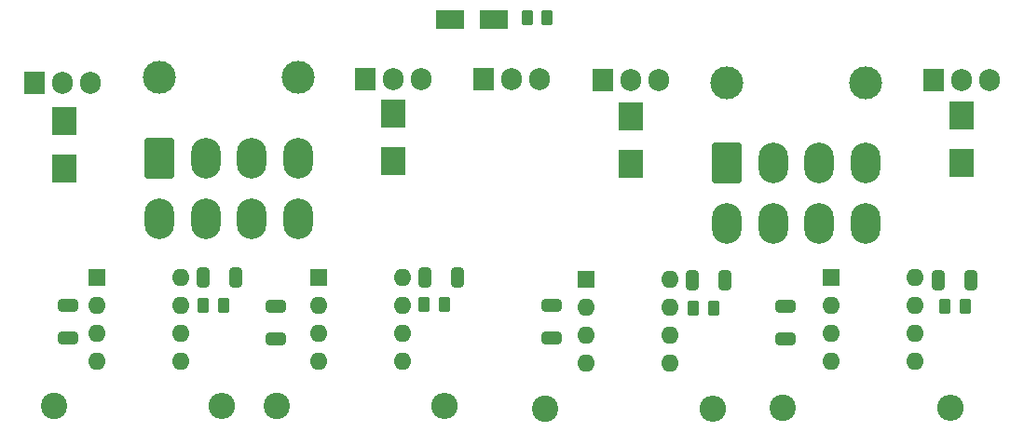
<source format=gbr>
%TF.GenerationSoftware,KiCad,Pcbnew,(6.0.1)*%
%TF.CreationDate,2022-11-02T05:09:56+00:00*%
%TF.ProjectId,Peak-And-Hold,5065616b-2d41-46e6-942d-486f6c642e6b,rev?*%
%TF.SameCoordinates,Original*%
%TF.FileFunction,Soldermask,Top*%
%TF.FilePolarity,Negative*%
%FSLAX46Y46*%
G04 Gerber Fmt 4.6, Leading zero omitted, Abs format (unit mm)*
G04 Created by KiCad (PCBNEW (6.0.1)) date 2022-11-02 05:09:56*
%MOMM*%
%LPD*%
G01*
G04 APERTURE LIST*
G04 Aperture macros list*
%AMRoundRect*
0 Rectangle with rounded corners*
0 $1 Rounding radius*
0 $2 $3 $4 $5 $6 $7 $8 $9 X,Y pos of 4 corners*
0 Add a 4 corners polygon primitive as box body*
4,1,4,$2,$3,$4,$5,$6,$7,$8,$9,$2,$3,0*
0 Add four circle primitives for the rounded corners*
1,1,$1+$1,$2,$3*
1,1,$1+$1,$4,$5*
1,1,$1+$1,$6,$7*
1,1,$1+$1,$8,$9*
0 Add four rect primitives between the rounded corners*
20,1,$1+$1,$2,$3,$4,$5,0*
20,1,$1+$1,$4,$5,$6,$7,0*
20,1,$1+$1,$6,$7,$8,$9,0*
20,1,$1+$1,$8,$9,$2,$3,0*%
G04 Aperture macros list end*
%ADD10RoundRect,0.250000X-0.325000X-0.650000X0.325000X-0.650000X0.325000X0.650000X-0.325000X0.650000X0*%
%ADD11RoundRect,0.250000X-0.262500X-0.450000X0.262500X-0.450000X0.262500X0.450000X-0.262500X0.450000X0*%
%ADD12R,1.600000X1.600000*%
%ADD13O,1.600000X1.600000*%
%ADD14RoundRect,0.250000X0.650000X-0.325000X0.650000X0.325000X-0.650000X0.325000X-0.650000X-0.325000X0*%
%ADD15R,2.300000X2.500000*%
%ADD16R,1.905000X2.000000*%
%ADD17O,1.905000X2.000000*%
%ADD18C,2.400000*%
%ADD19O,2.400000X2.400000*%
%ADD20C,3.000000*%
%ADD21RoundRect,0.250001X-1.099999X-1.599999X1.099999X-1.599999X1.099999X1.599999X-1.099999X1.599999X0*%
%ADD22O,2.700000X3.700000*%
%ADD23R,2.500000X1.800000*%
G04 APERTURE END LIST*
D10*
%TO.C,C7*%
X116381000Y-83820000D03*
X119331000Y-83820000D03*
%TD*%
D11*
%TO.C,R8*%
X139295500Y-86201715D03*
X141120500Y-86201715D03*
%TD*%
%TO.C,R6*%
X92001565Y-86034414D03*
X93826565Y-86034414D03*
%TD*%
D12*
%TO.C,U1*%
X62269401Y-83607355D03*
D13*
X62269401Y-86147355D03*
X62269401Y-88687355D03*
X62269401Y-91227355D03*
X69889401Y-91227355D03*
X69889401Y-88687355D03*
X69889401Y-86147355D03*
X69889401Y-83607355D03*
%TD*%
D10*
%TO.C,C6*%
X92031857Y-83544690D03*
X94981857Y-83544690D03*
%TD*%
D14*
%TO.C,C3*%
X103574455Y-89083605D03*
X103574455Y-86133605D03*
%TD*%
D11*
%TO.C,R7*%
X116435500Y-86360000D03*
X118260500Y-86360000D03*
%TD*%
D10*
%TO.C,C5*%
X71944909Y-83609360D03*
X74894909Y-83609360D03*
%TD*%
D14*
%TO.C,C1*%
X59667148Y-89115342D03*
X59667148Y-86165342D03*
%TD*%
%TO.C,C4*%
X124783006Y-89160688D03*
X124783006Y-86210688D03*
%TD*%
D11*
%TO.C,R9*%
X101336210Y-59985040D03*
X103161210Y-59985040D03*
%TD*%
D15*
%TO.C,D4*%
X140855830Y-73156909D03*
X140855830Y-68856909D03*
%TD*%
D16*
%TO.C,Q1*%
X56616654Y-65906190D03*
D17*
X59156654Y-65906190D03*
X61696654Y-65906190D03*
%TD*%
D12*
%TO.C,U2*%
X82372280Y-83557863D03*
D13*
X82372280Y-86097863D03*
X82372280Y-88637863D03*
X82372280Y-91177863D03*
X89992280Y-91177863D03*
X89992280Y-88637863D03*
X89992280Y-86097863D03*
X89992280Y-83557863D03*
%TD*%
D12*
%TO.C,U4*%
X129008548Y-83571767D03*
D13*
X129008548Y-86111767D03*
X129008548Y-88651767D03*
X129008548Y-91191767D03*
X136628548Y-91191767D03*
X136628548Y-88651767D03*
X136628548Y-86111767D03*
X136628548Y-83571767D03*
%TD*%
D18*
%TO.C,R4*%
X124557963Y-95466909D03*
D19*
X139797963Y-95466909D03*
%TD*%
D15*
%TO.C,D3*%
X110746472Y-73240610D03*
X110746472Y-68940610D03*
%TD*%
D14*
%TO.C,C2*%
X78473030Y-89142883D03*
X78473030Y-86192883D03*
%TD*%
D11*
%TO.C,R5*%
X71927791Y-86138603D03*
X73752791Y-86138603D03*
%TD*%
D16*
%TO.C,Q5*%
X97417963Y-65555490D03*
D17*
X99957963Y-65555490D03*
X102497963Y-65555490D03*
%TD*%
D15*
%TO.C,D1*%
X59315641Y-73642465D03*
X59315641Y-69342465D03*
%TD*%
D20*
%TO.C,J1*%
X67933527Y-65415678D03*
X80533527Y-65415678D03*
D21*
X67933527Y-72715678D03*
D22*
X72133527Y-72715678D03*
X76333527Y-72715678D03*
X80533527Y-72715678D03*
X67933527Y-78215678D03*
X72133527Y-78215678D03*
X76333527Y-78215678D03*
X80533527Y-78215678D03*
%TD*%
D18*
%TO.C,R2*%
X78578415Y-95229268D03*
D19*
X93818415Y-95229268D03*
%TD*%
D18*
%TO.C,R1*%
X58377270Y-95267591D03*
D19*
X73617270Y-95267591D03*
%TD*%
D15*
%TO.C,D2*%
X89186957Y-73015381D03*
X89186957Y-68715381D03*
%TD*%
D20*
%TO.C,J2*%
X119502787Y-65901648D03*
X132102787Y-65901648D03*
D21*
X119502787Y-73201648D03*
D22*
X123702787Y-73201648D03*
X127902787Y-73201648D03*
X132102787Y-73201648D03*
X119502787Y-78701648D03*
X123702787Y-78701648D03*
X127902787Y-78701648D03*
X132102787Y-78701648D03*
%TD*%
D12*
%TO.C,U3*%
X106716249Y-83755460D03*
D13*
X106716249Y-86295460D03*
X106716249Y-88835460D03*
X106716249Y-91375460D03*
X114336249Y-91375460D03*
X114336249Y-88835460D03*
X114336249Y-86295460D03*
X114336249Y-83755460D03*
%TD*%
D23*
%TO.C,D5*%
X98362548Y-60152419D03*
X94362548Y-60152419D03*
%TD*%
D16*
%TO.C,Q4*%
X138279781Y-65601430D03*
D17*
X140819781Y-65601430D03*
X143359781Y-65601430D03*
%TD*%
D10*
%TO.C,C8*%
X138733000Y-83820000D03*
X141683000Y-83820000D03*
%TD*%
D16*
%TO.C,Q3*%
X108211612Y-65595248D03*
D17*
X110751612Y-65595248D03*
X113291612Y-65595248D03*
%TD*%
D18*
%TO.C,R3*%
X102955421Y-95502172D03*
D19*
X118195421Y-95502172D03*
%TD*%
D16*
%TO.C,Q2*%
X86653139Y-65544363D03*
D17*
X89193139Y-65544363D03*
X91733139Y-65544363D03*
%TD*%
M02*

</source>
